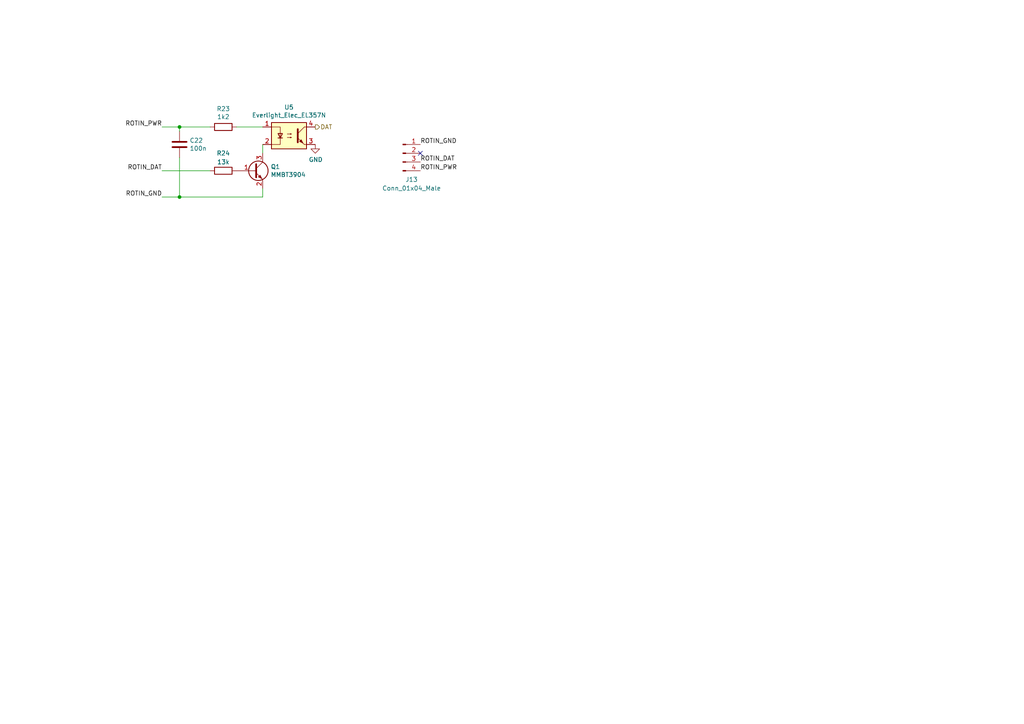
<source format=kicad_sch>
(kicad_sch (version 20211123) (generator eeschema)
  (paper "A4")
  (lib_symbols
    (symbol "Connector:Conn_01x04_Male" (pin_names (offset 1.016) hide)
      (property "Reference" "J" (at 0 5.08 0))
      (property "Value" "Conn_01x04_Male" (at 0 -7.62 0))
      (symbol "Conn_01x04_Male_1_1"
        (polyline (pts (xy 1.27 -5.08) (xy 0.8636 -5.08)) (stroke (width 0.1524)))
        (polyline (pts (xy 1.27 -2.54) (xy 0.8636 -2.54)) (stroke (width 0.1524)))
        (polyline (pts (xy 1.27 0) (xy 0.8636 0)) (stroke (width 0.1524)))
        (polyline (pts (xy 1.27 2.54) (xy 0.8636 2.54)) (stroke (width 0.1524)))
        (rectangle (start 0.8636 -4.953) (end 0 -5.207) (stroke (width 0.1524)) (fill (type outline)))
        (rectangle (start 0.8636 -2.413) (end 0 -2.667) (stroke (width 0.1524)) (fill (type outline)))
        (rectangle (start 0.8636 0.127) (end 0 -0.127) (stroke (width 0.1524)) (fill (type outline)))
        (rectangle (start 0.8636 2.667) (end 0 2.413) (stroke (width 0.1524)) (fill (type outline)))
        (pin passive line (at 5.08 2.54 180) (length 3.81) (name "Pin_1") (number "1"))
        (pin passive line (at 5.08 0 180) (length 3.81) (name "Pin_2") (number "2"))
        (pin passive line (at 5.08 -2.54 180) (length 3.81) (name "Pin_3") (number "3"))
        (pin passive line (at 5.08 -5.08 180) (length 3.81) (name "Pin_4") (number "4"))
      )
    )
    (symbol "Device:C" (pin_numbers hide) (pin_names (offset 0.254))
      (property "Reference" "C" (at 0.635 2.54 0))
      (property "Value" "C" (at 0.635 -2.54 0))
      (symbol "C_0_1"
        (polyline (pts (xy -2.032 -0.762) (xy 2.032 -0.762)) (stroke (width 0.508)))
        (polyline (pts (xy -2.032 0.762) (xy 2.032 0.762)) (stroke (width 0.508)))
      )
      (symbol "C_1_1"
        (pin passive line (at 0 3.81 270) (length 2.794) (name "~") (number "1"))
        (pin passive line (at 0 -3.81 90) (length 2.794) (name "~") (number "2"))
      )
    )
    (symbol "Device:R" (pin_numbers hide) (pin_names (offset 0))
      (property "Reference" "R" (at 2.032 0 90))
      (property "Value" "R" (at 0 0 90))
      (symbol "R_0_1"
        (rectangle (start -1.016 -2.54) (end 1.016 2.54) (stroke (width 0.254)))
      )
      (symbol "R_1_1"
        (pin passive line (at 0 3.81 270) (length 1.27) (name "~") (number "1"))
        (pin passive line (at 0 -3.81 90) (length 1.27) (name "~") (number "2"))
      )
    )
    (symbol "Lathecontrol_STM32:Everlight_Elec_EL357N"
      (property "Reference" "U" (at -5.08 5.08 0))
      (property "Value" "Lathecontrol_STM32_Everlight_Elec_EL357N" (at 0 5.08 0))
      (symbol "Everlight_Elec_EL357N_0_1"
        (rectangle (start -5.08 3.81) (end 5.08 -3.81) (stroke (width 0.254)) (fill (type background)))
        (polyline (pts (xy -3.175 -0.635) (xy -1.905 -0.635)) (stroke (width 0.254)))
        (polyline (pts (xy 2.54 0.635) (xy 4.445 2.54)))
        (polyline (pts (xy 4.445 -2.54) (xy 2.54 -0.635)) (fill (type outline)))
        (polyline (pts (xy 4.445 -2.54) (xy 5.08 -2.54)))
        (polyline (pts (xy 4.445 2.54) (xy 5.08 2.54)))
        (polyline (pts (xy -2.54 -0.635) (xy -2.54 -2.54) (xy -5.08 -2.54)))
        (polyline (pts (xy 2.54 1.905) (xy 2.54 -1.905) (xy 2.54 -1.905)) (stroke (width 0.508)))
        (polyline (pts (xy -5.08 2.54) (xy -2.54 2.54) (xy -2.54 -1.27) (xy -2.54 0.635)))
        (polyline (pts (xy -2.54 -0.635) (xy -3.175 0.635) (xy -1.905 0.635) (xy -2.54 -0.635)) (stroke (width 0.254)))
        (polyline (pts (xy -0.508 -0.508) (xy 0.762 -0.508) (xy 0.381 -0.635) (xy 0.381 -0.381) (xy 0.762 -0.508)))
        (polyline (pts (xy -0.508 0.508) (xy 0.762 0.508) (xy 0.381 0.381) (xy 0.381 0.635) (xy 0.762 0.508)))
        (polyline (pts (xy 3.048 -1.651) (xy 3.556 -1.143) (xy 4.064 -2.159) (xy 3.048 -1.651) (xy 3.048 -1.651)) (fill (type outline)))
      )
      (symbol "Everlight_Elec_EL357N_1_1"
        (pin passive line (at -7.62 2.54 0) (length 2.54) (name "~") (number "1"))
        (pin passive line (at -7.62 -2.54 0) (length 2.54) (name "~") (number "2"))
        (pin passive line (at 7.62 -2.54 180) (length 2.54) (name "~") (number "3"))
        (pin passive line (at 7.62 2.54 180) (length 2.54) (name "~") (number "4"))
      )
    )
    (symbol "Transistor_BJT:MMBT3904" (pin_names (offset 0) hide)
      (property "Reference" "Q" (at 5.08 1.905 0))
      (property "Value" "MMBT3904" (at 5.08 0 0))
      (symbol "MMBT3904_0_1"
        (polyline (pts (xy 0.635 0.635) (xy 2.54 2.54)))
        (polyline (pts (xy 0.635 -0.635) (xy 2.54 -2.54) (xy 2.54 -2.54)))
        (polyline (pts (xy 0.635 1.905) (xy 0.635 -1.905) (xy 0.635 -1.905)) (stroke (width 0.508)))
        (polyline (pts (xy 1.27 -1.778) (xy 1.778 -1.27) (xy 2.286 -2.286) (xy 1.27 -1.778) (xy 1.27 -1.778)) (fill (type outline)))
        (circle (center 1.27 0) (radius 2.8194) (stroke (width 0.254)))
      )
      (symbol "MMBT3904_1_1"
        (pin input line (at -5.08 0 0) (length 5.715) (name "B") (number "1"))
        (pin passive line (at 2.54 -5.08 90) (length 2.54) (name "E") (number "2"))
        (pin passive line (at 2.54 5.08 270) (length 2.54) (name "C") (number "3"))
      )
    )
    (symbol "power:GND" (power) (pin_names (offset 0))
      (property "Value" "GND" (at 0 -3.81 0))
      (symbol "GND_0_1"
        (polyline (pts (xy 0 0) (xy 0 -1.27) (xy 1.27 -1.27) (xy 0 -2.54) (xy -1.27 -1.27) (xy 0 -1.27)))
      )
      (symbol "GND_1_1"
        (pin power_in line (at 0 0 270) (length 0) hide (name "GND") (number "1"))
      )
    )
  )
  (junction (at 52.07 36.83))
  (junction (at 52.07 57.15))
  (no_connect (at 121.92 44.45))
  (wire (pts (xy 46.99 57.15) (xy 52.07 57.15)))
  (wire (pts (xy 52.07 57.15) (xy 76.2 57.15)))
  (wire (pts (xy 76.2 41.91) (xy 76.2 44.45)))
  (wire (pts (xy 52.07 45.72) (xy 52.07 57.15)))
  (wire (pts (xy 76.2 54.61) (xy 76.2 57.15)))
  (wire (pts (xy 52.07 36.83) (xy 52.07 38.1)))
  (wire (pts (xy 52.07 36.83) (xy 60.96 36.83)))
  (wire (pts (xy 68.58 36.83) (xy 76.2 36.83)))
  (wire (pts (xy 46.99 36.83) (xy 52.07 36.83)))
  (wire (pts (xy 46.99 49.53) (xy 60.96 49.53)))
  (label "ROTIN_GND" (at 46.99 57.15 180))
  (label "ROTIN_PWR" (at 46.99 36.83 180))
  (label "ROTIN_DAT" (at 46.99 49.53 180))
  (label "ROTIN_GND" (at 121.92 41.91 0))
  (label "ROTIN_PWR" (at 121.92 49.53 0))
  (label "ROTIN_DAT" (at 121.92 46.99 0))
  (hierarchical_label "DAT" (shape output) (at 91.44 36.83 0))
  (symbol (lib_id "Transistor_BJT:MMBT3904") (at 73.66 49.53 0) (unit 1)
    (property "Reference" "Q1" (at 78.5114 48.3616 0) (effects (justify left)))
    (property "Value" "MMBT3904" (at 78.5114 50.673 0) (effects (justify left)))
    (property "Footprint" "Package_TO_SOT_SMD:SOT-23" (effects hide))
    (property "Datasheet" "https://www.onsemi.com/pub/Collateral/2N3903-D.PDF" (effects hide))
  )
  (symbol (lib_id "Device:R") (at 64.77 36.83 270) (unit 1)
    (property "Reference" "R23" (at 64.77 31.5722 90))
    (property "Value" "1k2" (at 64.77 33.8836 90))
    (property "Footprint" "Resistor_SMD:R_0805_2012Metric" (effects hide))
    (property "Datasheet" "https://datasheet.lcsc.com/szlcsc/Uniroyal-Elec-0805W8F1201T5E_C17379.pdf" (effects hide))
    (property "LCSC" "C17379" (effects hide))
  )
  (symbol (lib_id "Connector:Conn_01x04_Male") (at 116.84 44.45 0) (unit 1)
    (property "Reference" "J13" (at 119.38 52.07 0))
    (property "Value" "Conn_01x04_Male" (at 119.38 54.61 0))
    (property "Footprint" "Connector_PinHeader_2.54mm:PinHeader_1x04_P2.54mm_Horizontal" (effects hide))
  )
  (symbol (lib_id "Device:C") (at 52.07 41.91 0) (unit 1)
    (property "Reference" "C22" (at 54.991 40.7416 0) (effects (justify left)))
    (property "Value" "100n" (at 54.991 43.053 0) (effects (justify left)))
    (property "Footprint" "Capacitor_SMD:C_0603_1608Metric" (effects hide))
    (property "Datasheet" "https://datasheet.lcsc.com/szlcsc/YAGEO-CC0603KRX7R9BB104_C14663.pdf" (effects hide))
    (property "LCSC" "C14663" (effects hide))
  )
  (symbol (lib_id "power:GND") (at 91.44 41.91 0) (unit 1)
    (property "Reference" "#PWR089" (effects hide))
    (property "Value" "GND" (at 91.567 46.3042 0))
  )
  (symbol (lib_id "Device:R") (at 64.77 49.53 90) (unit 1)
    (property "Reference" "R24" (at 64.77 44.45 90))
    (property "Value" "13k" (at 64.77 46.99 90))
    (property "Footprint" "Resistor_SMD:R_0603_1608Metric" (effects hide))
    (property "LCSC" "C22797" (effects hide))
  )
  (symbol (lib_id "Lathecontrol_STM32:Everlight_Elec_EL357N") (at 83.82 39.37 0) (unit 1)
    (property "Reference" "U5" (at 83.82 31.115 0))
    (property "Value" "Everlight_Elec_EL357N" (at 83.82 33.4264 0))
    (property "Footprint" "Lathecontrol_STM32:SOP-4_4.1x4.4x2.54P" (effects hide))
    (property "Datasheet" "https://datasheet.lcsc.com/szlcsc/Everlight-Elec-EL357N-B-TA-G_C6649.pdf" (effects hide))
    (property "LCSC" "C6649" (effects hide))
  )
)
</source>
